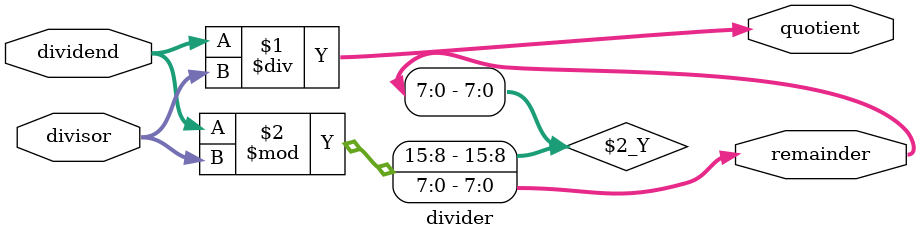
<source format=v>
module adder #(
    parameter WIDTH = 8,
    localparam RESULT_WIDTH = WIDTH + 1
)(
    input  [WIDTH-1:0] a,
    input  [WIDTH-1:0] b,
    output [RESULT_WIDTH-1:0] sum
);
    assign sum = a + b;
endmodule

module multiplier #(
    parameter A_WIDTH = 8,
    parameter B_WIDTH = 8,
    localparam PRODUCT_WIDTH = A_WIDTH + B_WIDTH,
    localparam OVERFLOW_BIT = PRODUCT_WIDTH > 16 ? 1 : 0
)(
    input  [A_WIDTH-1:0] a,
    input  [B_WIDTH-1:0] b,
    output [PRODUCT_WIDTH-1:0] product,
    output overflow
);
    assign product = a * b;
    assign overflow = OVERFLOW_BIT;
endmodule

module divider #(
    parameter WIDTH = 16,
    localparam QUOTIENT_WIDTH = WIDTH,
    localparam REMAINDER_WIDTH = WIDTH/2
)(
    input  [WIDTH-1:0] dividend,
    input  [WIDTH-1:0] divisor,
    output [QUOTIENT_WIDTH-1:0] quotient,
    output [REMAINDER_WIDTH-1:0] remainder
);
    assign quotient = dividend / divisor;
    assign remainder = dividend % divisor;
endmodule
</source>
